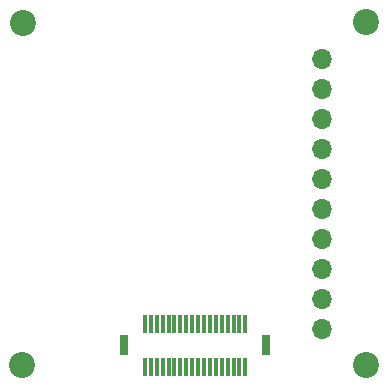
<source format=gbs>
G04 #@! TF.GenerationSoftware,KiCad,Pcbnew,(5.1.10)-1*
G04 #@! TF.CreationDate,2022-08-02T17:39:56+02:00*
G04 #@! TF.ProjectId,pcb_resistive_sole,7063625f-7265-4736-9973-746976655f73,rev?*
G04 #@! TF.SameCoordinates,Original*
G04 #@! TF.FileFunction,Soldermask,Bot*
G04 #@! TF.FilePolarity,Negative*
%FSLAX46Y46*%
G04 Gerber Fmt 4.6, Leading zero omitted, Abs format (unit mm)*
G04 Created by KiCad (PCBNEW (5.1.10)-1) date 2022-08-02 17:39:56*
%MOMM*%
%LPD*%
G01*
G04 APERTURE LIST*
%ADD10C,2.200000*%
%ADD11O,1.700000X1.700000*%
%ADD12R,0.800000X1.800000*%
%ADD13R,0.300000X1.600000*%
G04 APERTURE END LIST*
D10*
X130655000Y-80715000D03*
X130605000Y-109665000D03*
X159745000Y-109665000D03*
X159745000Y-80665000D03*
D11*
X156000000Y-83775000D03*
X156000000Y-86315000D03*
X156000000Y-88855000D03*
X156000000Y-91395000D03*
X156000000Y-93935000D03*
X156000000Y-96475000D03*
X156000000Y-99015000D03*
X156000000Y-101555000D03*
X156000000Y-104095000D03*
X156000000Y-106635000D03*
D12*
X151245000Y-108025000D03*
X139245000Y-108025000D03*
D13*
X149495000Y-109825000D03*
X149495000Y-106225000D03*
X148995000Y-109825000D03*
X148995000Y-106225000D03*
X148495000Y-109825000D03*
X148495000Y-106225000D03*
X147995000Y-109825000D03*
X147995000Y-106225000D03*
X147495000Y-109825000D03*
X147495000Y-106225000D03*
X146995000Y-109825000D03*
X146995000Y-106225000D03*
X146495000Y-109825000D03*
X146495000Y-106225000D03*
X145995000Y-109825000D03*
X145995000Y-106225000D03*
X145495000Y-109825000D03*
X145495000Y-106225000D03*
X144995000Y-109825000D03*
X144995000Y-106225000D03*
X144495000Y-109825000D03*
X144495000Y-106225000D03*
X143995000Y-109825000D03*
X143995000Y-106225000D03*
X143495000Y-109825000D03*
X143495000Y-106225000D03*
X142995000Y-109825000D03*
X142995000Y-106225000D03*
X142495000Y-109825000D03*
X142495000Y-106225000D03*
X141995000Y-109825000D03*
X141995000Y-106225000D03*
X141495000Y-109825000D03*
X141495000Y-106225000D03*
X140995000Y-109825000D03*
X140995000Y-106225000D03*
M02*

</source>
